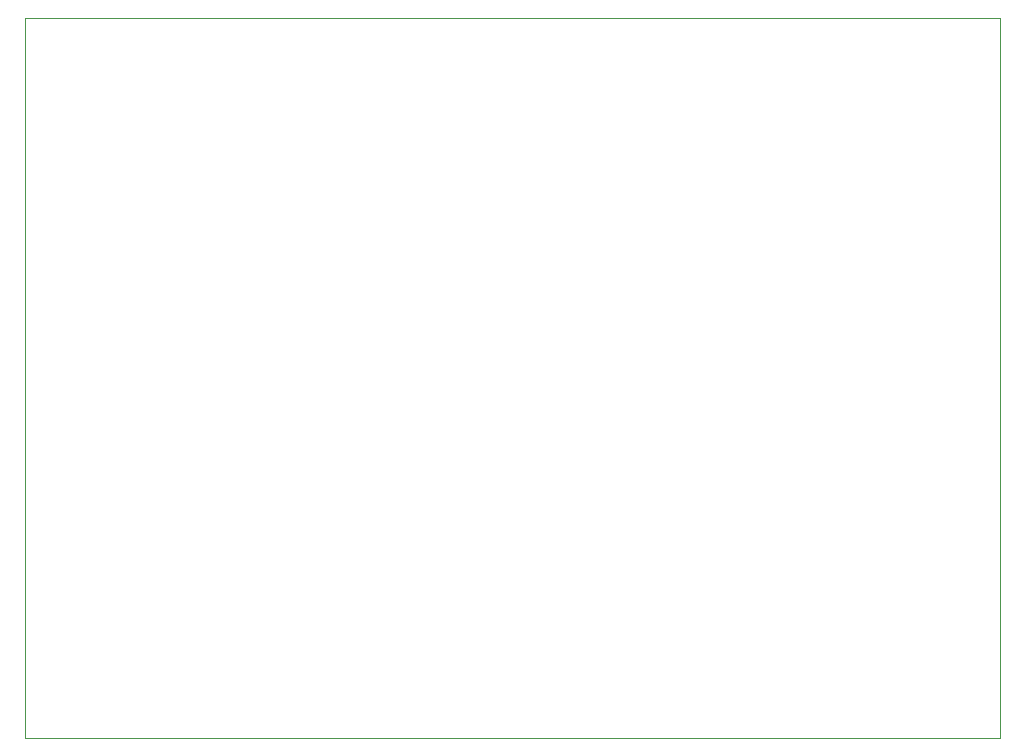
<source format=gm1>
G04 #@! TF.GenerationSoftware,KiCad,Pcbnew,(5.1.10)-1*
G04 #@! TF.CreationDate,2021-09-16T20:11:19-04:00*
G04 #@! TF.ProjectId,Space Invaders,53706163-6520-4496-9e76-61646572732e,rev?*
G04 #@! TF.SameCoordinates,Original*
G04 #@! TF.FileFunction,Profile,NP*
%FSLAX46Y46*%
G04 Gerber Fmt 4.6, Leading zero omitted, Abs format (unit mm)*
G04 Created by KiCad (PCBNEW (5.1.10)-1) date 2021-09-16 20:11:19*
%MOMM*%
%LPD*%
G01*
G04 APERTURE LIST*
G04 #@! TA.AperFunction,Profile*
%ADD10C,0.050000*%
G04 #@! TD*
G04 APERTURE END LIST*
D10*
X59690000Y-92710000D02*
X59690000Y-31750000D01*
X142240000Y-92710000D02*
X59690000Y-92710000D01*
X142240000Y-31750000D02*
X142240000Y-92710000D01*
X59690000Y-31750000D02*
X142240000Y-31750000D01*
M02*

</source>
